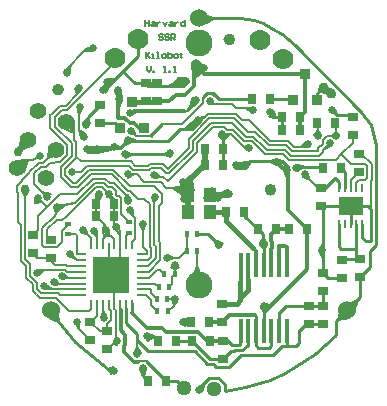
<source format=gtl>
%FSLAX24Y24*%
%MOIN*%
G70*
G01*
G75*
G04 Layer_Physical_Order=1*
G04 Layer_Color=255*
%ADD10C,0.0070*%
%ADD11C,0.0197*%
%ADD12R,0.0091X0.0236*%
%ADD13R,0.0236X0.0091*%
%ADD14R,0.1220X0.1220*%
%ADD15R,0.0350X0.0300*%
%ADD16R,0.0300X0.0350*%
%ADD17R,0.0140X0.0800*%
%ADD18R,0.0098X0.0315*%
%ADD19R,0.0787X0.0630*%
%ADD20R,0.0157X0.0197*%
%ADD21R,0.0197X0.0157*%
%ADD22R,0.0394X0.0492*%
%ADD23R,0.0320X0.0320*%
%ADD24C,0.0080*%
%ADD25C,0.0090*%
%ADD26C,0.0100*%
%ADD27C,0.0120*%
%ADD28C,0.0200*%
%ADD29C,0.0150*%
%ADD30C,0.0060*%
%ADD31C,0.0600*%
%ADD32C,0.0700*%
%ADD33C,0.0512*%
%ADD34C,0.0900*%
%ADD35C,0.0551*%
%ADD36C,0.0250*%
%ADD37C,0.0300*%
G54D10*
X95148Y80048D02*
G03*
X95022Y79825I337J-337D01*
G01*
X96230Y77990D02*
X96280Y77814D01*
X96330Y78000D01*
X96251Y77709D02*
X96280Y77814D01*
X96280Y77814D02*
X96590Y78060D01*
X96280Y77814D02*
X96310Y77860D01*
X96588Y78087D01*
X96660Y78090D01*
X96380Y78080D02*
X96588Y78087D01*
X96660Y78090D02*
X96918Y78152D01*
X96330Y78000D02*
X96918Y78152D01*
X95890Y78470D02*
X95910Y78318D01*
X95890Y78470D02*
X96110Y78430D01*
X95830Y78510D02*
X96110Y78430D01*
X95830Y78510D02*
X96000Y78340D01*
X95567Y78773D02*
X95830Y78510D01*
X95590Y78150D02*
Y78300D01*
Y78150D02*
X95840Y78170D01*
X95660Y78190D02*
X95840Y78170D01*
X95660Y78190D02*
X95840Y78170D01*
X96000Y78010D01*
X95680Y78330D02*
X95840Y78170D01*
X96460Y79003D02*
X96798Y78664D01*
X97035D01*
X97461Y79090D01*
X96413Y78428D02*
X96996D01*
X96230Y78245D02*
X96413Y78428D01*
X96230Y78245D02*
Y78245D01*
X96996Y78428D02*
X97519Y78950D01*
X95700Y77715D02*
X96230Y78245D01*
X95700Y77230D02*
Y77715D01*
X96460Y79003D02*
Y79342D01*
X95969Y79349D02*
X96101Y79481D01*
X96237D01*
X96266Y79510D01*
X96430D01*
X96330Y78019D02*
Y78080D01*
Y78000D02*
Y78080D01*
X96000Y78340D02*
Y78400D01*
X96309Y77569D02*
X96497D01*
X96000Y77260D02*
X96309Y77569D01*
X95567Y78773D02*
Y79126D01*
X95680Y78300D02*
Y78350D01*
Y78330D02*
Y78350D01*
X95005Y78716D02*
X95174Y78884D01*
X95005Y78504D02*
Y78716D01*
X95260Y78340D02*
X95390Y78580D01*
X95160Y78540D02*
X95260Y78340D01*
X95160Y78540D02*
X95260Y78340D01*
Y78610D01*
Y78070D02*
Y78340D01*
X95010Y77520D02*
Y78499D01*
X95005Y78504D02*
X95010Y78499D01*
X95174Y78884D02*
Y78910D01*
X95408Y79145D01*
X96000Y78370D02*
Y78400D01*
Y76910D02*
Y77260D01*
X96497Y77569D02*
X96558Y77631D01*
X100040Y76240D02*
X100220Y76310D01*
X100010Y76420D02*
X100220Y76310D01*
X100010Y76420D02*
X100220Y76310D01*
X100400D01*
X100000D02*
X100220D01*
X100250Y75900D02*
X100380Y76010D01*
X100140Y76020D02*
X100250Y75900D01*
X100140Y76020D02*
X100250Y75890D01*
Y76060D01*
X100270Y74783D02*
X100360Y74880D01*
X100200D02*
X100270Y74783D01*
X100200Y74880D02*
X100209Y74721D01*
X100270Y74783D01*
X100027Y74540D02*
X100209Y74721D01*
X100270Y74783D02*
Y74950D01*
X100160Y75443D02*
Y75673D01*
X100250Y75763D01*
X100067Y75350D02*
X100160Y75443D01*
X100250Y75763D02*
Y76060D01*
X100400Y76310D02*
X100653Y76563D01*
X99470Y76350D02*
Y76633D01*
X99362Y76242D02*
X99470Y76350D01*
X99185Y76685D02*
X99330Y76540D01*
Y76439D02*
Y76540D01*
X99085Y76439D02*
X99330D01*
X99185Y76685D02*
Y77190D01*
X99085Y76242D02*
X99362D01*
X99415Y76688D02*
X99470Y76633D01*
X99415Y76688D02*
Y76722D01*
Y78090D01*
X99240Y78265D02*
X99415Y78090D01*
X99037Y78265D02*
X99240D01*
X98757Y78545D02*
X99037Y78265D01*
X97350Y80950D02*
X97410Y80790D01*
X97280Y80920D02*
X97410Y80790D01*
X97190D02*
X97280Y80920D01*
X98260Y80790D02*
X98420Y80630D01*
X97750Y80790D02*
X98260D01*
X97280Y80920D02*
X97750Y81390D01*
X97280Y80750D02*
Y80920D01*
X96670Y81248D02*
X98251Y82829D01*
X98632Y77055D02*
X98730Y77153D01*
X98829Y76849D02*
X98933Y76953D01*
Y77629D01*
X98843Y77719D02*
X98933Y77629D01*
X98829Y76695D02*
Y76849D01*
X96982Y81758D02*
X97170Y81950D01*
X96982Y81758D02*
X96990Y81830D01*
X96940Y81980D02*
X96990Y81830D01*
X96940Y81980D02*
X96982Y81758D01*
X97060Y81836D01*
X96612Y81388D02*
X96982Y81758D01*
X97060Y81836D02*
Y81970D01*
X96436Y81388D02*
X96612D01*
X96160Y81112D02*
X96436Y81388D01*
X96132Y81112D02*
X96160D01*
X100715Y79975D02*
Y80269D01*
X100020Y79280D02*
X100715Y79975D01*
X101005Y79855D02*
Y80148D01*
X100020Y78870D02*
X101005Y79855D01*
X99856Y79445D02*
X100020Y79280D01*
X99413Y79445D02*
X99856D01*
X99870Y79020D02*
X100020Y78870D01*
X104170Y79863D02*
X105010D01*
X105038Y79972D02*
X105129Y80062D01*
X105038Y79892D02*
Y79972D01*
X105010Y79863D02*
X105038Y79892D01*
X103975Y80058D02*
X104170Y79863D01*
X103378Y80058D02*
X103975D01*
X102935Y80500D02*
X103378Y80058D01*
X105613Y79570D02*
X105803Y79760D01*
X105007Y79570D02*
X105613D01*
X104043Y79573D02*
X104687D01*
X103849Y79768D02*
X104043Y79573D01*
X103404Y79768D02*
X103849D01*
X98210Y73480D02*
X98280Y73680D01*
X98400Y73610D01*
X98280Y73670D02*
X98400Y73610D01*
X98280Y73670D02*
X98330Y73420D01*
X98180Y73450D02*
X98330Y73420D01*
X98180Y73450D02*
X98280Y73550D01*
X98000Y73270D02*
X98180Y73450D01*
X98435Y73895D02*
Y74805D01*
Y73895D02*
X98570Y73760D01*
X98280Y73550D02*
X98340Y73530D01*
X95089Y80034D02*
X95110Y80320D01*
X95089Y80034D02*
X95350Y80250D01*
X94940Y79910D02*
X95089Y80034D01*
X95157Y79978D02*
X95380Y80230D01*
X95022Y79825D02*
X95157Y79978D01*
X95192Y79925D02*
X95470Y80040D01*
X95192Y79925D02*
X95380Y80230D01*
X95090Y79760D02*
X95192Y79925D01*
X96011Y79629D02*
X96230Y79690D01*
X96011Y79629D02*
X96050Y79980D01*
X96011Y79629D02*
X96056Y79674D01*
X95871Y79489D02*
X96011Y79629D01*
X105620Y80510D02*
X105730Y80410D01*
X105480Y80360D02*
X105620Y80510D01*
X105480Y80360D02*
X105600Y80310D01*
X105480Y80360D02*
X105620D01*
X105322D02*
X105480D01*
X101632Y72685D02*
X102068D01*
X101570Y72747D02*
X101632Y72685D01*
X101570Y72747D02*
Y72785D01*
X101346D02*
X101570D01*
X100260Y78640D02*
X100300Y78570D01*
X100260Y78640D02*
X100570Y78690D01*
X100170Y78640D02*
X100570Y78690D01*
X100170Y78640D02*
X100380Y78490D01*
X100170Y78640D02*
X100486D01*
X99975D02*
X100170D01*
X99600Y78975D02*
X99770Y79020D01*
X99630Y79140D02*
X99770Y79020D01*
X99870D01*
X99615D02*
X99770D01*
X98730Y79130D02*
X98840Y79080D01*
X98700Y78980D02*
X98840Y79080D01*
X98700Y78980D02*
X98900Y79090D01*
X98979D01*
X98680D02*
X98900D01*
X100130Y74950D02*
X100210Y75050D01*
X100130Y74950D02*
X100240Y74820D01*
X100130Y74950D02*
X100270D01*
X100027D02*
X100130D01*
X99000Y73330D02*
X99110Y73130D01*
X98900D02*
X99000Y73330D01*
Y73110D02*
Y73600D01*
X99090Y77420D02*
X99185Y77190D01*
X99275Y77420D01*
X99185Y77190D02*
X99275Y77420D01*
X99185Y77190D02*
Y77440D01*
X98843Y77719D02*
X98870Y77890D01*
X98700Y78399D02*
X98790Y78250D01*
X98670Y78290D02*
X98700Y78399D01*
X98624D02*
X98670Y78290D01*
X98605Y78230D02*
X98624Y78399D01*
X98000Y78350D02*
X98210Y78285D01*
X97963Y78533D02*
X98100Y78480D01*
X97963Y78533D02*
X97978Y78370D01*
X97963Y78533D02*
X98210Y78285D01*
X97825Y78670D02*
X97963Y78533D01*
X98340Y77240D02*
X98435Y77065D01*
X98380Y77420D02*
X98435Y77065D01*
X98210Y77460D02*
X98380Y77420D01*
X98210Y77460D02*
Y78090D01*
Y77290D02*
Y77460D01*
X97560Y77210D02*
X97640Y77030D01*
X97560Y77210D02*
X97670Y77200D01*
X97648Y77002D02*
X97670Y77200D01*
X97160Y77140D02*
X97330Y77100D01*
X97290Y77260D02*
X97330Y77100D01*
X97290Y77260D02*
X97330Y77100D01*
X97451Y76979D01*
X97200Y77230D02*
X97330Y77100D01*
X97790Y74320D02*
X97845Y74540D01*
X97950Y74400D01*
X97845Y74540D02*
X97950Y74400D01*
X97845Y74540D02*
Y74805D01*
Y74365D02*
Y74540D01*
X96980Y74160D02*
X97050Y74020D01*
X96980Y74160D02*
X97070D01*
X97065Y73955D02*
X97070Y74160D01*
X97065Y73955D02*
X97440Y73580D01*
X96980Y74040D02*
X97065Y73955D01*
X95970Y75410D02*
X96158Y75265D01*
X95970Y75410D02*
X96060Y75265D01*
X96404D01*
X95958D02*
X96060D01*
X96230Y75410D02*
X96450Y75455D01*
X97195D01*
X96380D02*
X96450D01*
X96290Y75570D02*
X96380Y75455D01*
X96275D02*
X96380D01*
X95720Y75730D02*
X95790Y75920D01*
X95720Y75730D02*
X95890Y75920D01*
X95620Y75890D02*
X95890Y75920D01*
X95620Y75890D02*
X95790Y75920D01*
X96760Y76450D02*
X96896Y76346D01*
X96710Y76370D02*
X96886Y76356D01*
X96710Y76370D02*
X97000Y76242D01*
X96720Y76400D02*
X97000Y76242D01*
X96056Y79674D02*
X96070Y79870D01*
X96056Y79674D02*
X96240Y79690D01*
X96056Y79674D02*
X96290Y79908D01*
X95090Y79760D02*
X95350Y80250D01*
X98760Y80480D02*
X98925Y80415D01*
X98880Y80580D02*
X98925Y80415D01*
X98975Y80365D01*
X98790Y80550D02*
X98925Y80415D01*
X97060Y81970D02*
X97080Y81880D01*
X96560Y82540D02*
X96650Y82622D01*
X96560Y82540D02*
X96745Y82671D01*
X96789Y82761D01*
X96650Y82480D02*
X96745Y82671D01*
X96740Y82440D02*
X96789Y82761D01*
X97284Y83255D02*
X97530Y83200D01*
X97229Y83201D02*
X97530Y83200D01*
X97229Y83201D02*
X97328Y83300D01*
X96650Y82622D02*
X97229Y83201D01*
X105803Y79760D02*
X106180Y80137D01*
Y80390D01*
X106307Y78796D02*
X106404Y78893D01*
X106587D01*
X105803Y79760D02*
X106138Y79425D01*
X106587Y78893D02*
X106670Y78977D01*
Y79363D01*
X106608Y79425D02*
X106670Y79363D01*
X106138Y79425D02*
X106608D01*
X98757Y78545D02*
X98848Y78453D01*
X98688Y78545D02*
X98757D01*
X98143Y79090D02*
X98688Y78545D01*
X97941Y78950D02*
X98091Y78800D01*
X98223D01*
X98624Y78399D01*
X98700D01*
X98300Y78393D02*
X98323Y78370D01*
X98465Y78180D02*
Y78308D01*
X98403Y78370D02*
X98465Y78308D01*
X98323Y78370D02*
X98403D01*
X98300Y78393D02*
Y78525D01*
X98165Y78660D02*
X98300Y78525D01*
X98033Y78660D02*
X98165D01*
X97883Y78810D02*
X98033Y78660D01*
X95654Y75072D02*
X95742Y74985D01*
X95800Y75125D02*
X95894D01*
X95894Y75125D01*
X96404Y75265D02*
X96411Y75258D01*
X99000Y73590D02*
X99385Y73205D01*
X100925D01*
X101346Y72785D01*
X105620Y80360D02*
X105630Y80370D01*
X105187Y80225D02*
X105322Y80360D01*
X105187Y80105D02*
Y80225D01*
X105137Y80054D02*
X105187Y80105D01*
X101406Y80960D02*
X102235D01*
X102200Y80585D02*
X102575Y80210D01*
X101990Y80585D02*
X102200D01*
X101905Y80670D02*
X101990Y80585D01*
X102235Y80960D02*
X102695Y80500D01*
X102935D01*
X102575Y80210D02*
X102815D01*
X102950Y80075D01*
X99828Y80770D02*
X100485D01*
X101180Y81645D02*
X101315Y81780D01*
X101505D01*
X105620Y80360D02*
X105630Y80370D01*
Y80760D01*
X105600Y80790D02*
X105630Y80760D01*
X98420Y80630D02*
Y80700D01*
X99423Y80365D02*
X99828Y80770D01*
X97270Y79530D02*
X98777D01*
X98927Y79380D01*
X99348D01*
X99413Y79445D01*
X97461Y79090D02*
X98143D01*
X98979D02*
X99235Y78835D01*
X99780D01*
X99570Y79065D02*
X99615Y79020D01*
X98465Y77772D02*
Y78308D01*
X98700Y78220D02*
Y78399D01*
X99780Y78835D02*
X99975Y78640D01*
X98760Y77803D02*
X98843Y77719D01*
X98760Y77803D02*
Y77900D01*
X98210Y78090D02*
Y78285D01*
X96494Y81248D02*
X96670D01*
X96251Y81005D02*
X96494Y81248D01*
X96251Y80683D02*
Y81005D01*
Y80683D02*
X96810Y80124D01*
Y79692D02*
Y80124D01*
X96091Y80644D02*
X96670Y80066D01*
Y79750D02*
Y80066D01*
X96430Y79510D02*
X96670Y79750D01*
X96460Y79342D02*
X96810Y79692D01*
X96091Y80644D02*
Y81071D01*
X97519Y78950D02*
X97941D01*
X95790Y79349D02*
X95969D01*
X95732Y79489D02*
X95871D01*
X95408Y79165D02*
X95732Y79489D01*
X97577Y78810D02*
X97883D01*
X96918Y78152D02*
X97577Y78810D01*
X97635Y78670D02*
X97825D01*
X96596Y77631D02*
X97635Y78670D01*
X96558Y77631D02*
X96596D01*
X96650Y82480D02*
Y82622D01*
X97328Y83300D02*
X97520D01*
X96091Y81071D02*
X96132Y81112D01*
X95567Y79126D02*
X95790Y79349D01*
X95408Y79145D02*
Y79165D01*
X104610Y74090D02*
X105180D01*
X104390Y73870D02*
X104610Y74090D01*
X104390Y73470D02*
Y73870D01*
X104300Y73380D02*
X104390Y73470D01*
X103978Y73380D02*
X104300D01*
X103950Y74690D02*
X105180D01*
X103722Y74462D02*
X103950Y74690D01*
X105190Y74700D02*
Y75200D01*
X105180Y74690D02*
X105190Y74700D01*
X103722Y73880D02*
Y74462D01*
X103978Y73380D02*
Y73620D01*
X103840Y73380D02*
X103978D01*
X100007Y74930D02*
X100027Y74950D01*
X96990Y81970D02*
X97060D01*
X98465Y77772D02*
X98730Y77507D01*
X95840Y77298D02*
X96251Y77709D01*
X95840Y76727D02*
Y77298D01*
Y76727D02*
X95902Y76665D01*
X96338D01*
X96497Y76823D01*
Y77215D01*
X96700Y77418D01*
Y77447D01*
X100486Y78640D02*
X100706Y78420D01*
X95670Y75800D02*
X95790Y75920D01*
X96595D01*
X96667Y75848D01*
X97195D01*
X96230Y75500D02*
X96275Y75455D01*
X100319Y72200D02*
X100550Y71969D01*
X99960Y72200D02*
X100319D01*
X98630Y74803D02*
X98632Y74805D01*
X98630Y74150D02*
Y74803D01*
Y74150D02*
X99000Y73780D01*
X96792Y76450D02*
X97000Y76242D01*
X96760Y76450D02*
X96792D01*
X97000Y76242D02*
X97195D01*
X98238Y74615D02*
X98280Y74573D01*
X98238Y74615D02*
Y74805D01*
X98280Y73550D02*
Y74573D01*
X96980Y74040D02*
Y74160D01*
X98042Y74614D02*
Y74805D01*
Y74614D02*
X98120Y74535D01*
Y74225D02*
Y74535D01*
X98000Y74105D02*
X98120Y74225D01*
X98000Y73870D02*
Y74105D01*
X97750Y73870D02*
X98000D01*
X97440Y74180D02*
X97750Y73870D01*
X97440Y74180D02*
X97648Y74388D01*
Y74805D01*
X97845Y74365D02*
X97890Y74320D01*
X100653Y76563D02*
Y76740D01*
X98140Y75750D02*
X98238Y75652D01*
Y74805D02*
Y75652D01*
X98140Y75750D02*
X98435Y76045D01*
Y76695D01*
X98042Y75848D02*
X98140Y75750D01*
X98042Y75848D02*
Y76695D01*
X98210Y77290D02*
X98435Y77065D01*
Y76695D02*
Y77065D01*
X97560Y77090D02*
Y77210D01*
Y77090D02*
X97648Y77002D01*
Y76695D02*
Y77002D01*
X97451Y76695D02*
Y76979D01*
X96700Y77093D02*
X96703Y77090D01*
X96950D01*
X96990Y77050D01*
Y76450D02*
Y77050D01*
Y76450D02*
X97001Y76439D01*
X97195D01*
X98632Y76695D02*
Y77055D01*
X98975Y80365D02*
X99423D01*
X98251Y82829D02*
Y82959D01*
X95148Y80048D02*
X95350Y80250D01*
X96411Y75258D02*
X97195D01*
X95894Y75125D02*
X96346D01*
X96410Y75061D01*
X97195D01*
X96723Y74550D02*
X97400D01*
X97451Y74601D01*
X95742Y74985D02*
X96288D01*
X96723Y74550D01*
X97451Y74601D02*
Y74805D01*
X95540Y77070D02*
X95700Y77230D01*
X95660Y75265D02*
X95800Y75125D01*
X95660Y75265D02*
Y75485D01*
X95260Y76277D02*
X95440Y76097D01*
Y75705D02*
X95660Y75485D01*
X95440Y75705D02*
Y76097D01*
X95260Y78070D02*
Y78180D01*
Y76277D02*
Y77890D01*
Y78070D01*
Y77890D02*
Y77990D01*
X95010Y77520D02*
X95120Y77410D01*
Y76219D02*
Y77410D01*
Y76219D02*
X95300Y76039D01*
Y75647D02*
Y76039D01*
Y75647D02*
X95520Y75427D01*
Y75207D02*
Y75427D01*
Y75207D02*
X95633Y75094D01*
X98905Y72880D02*
X99280D01*
X99960Y72200D01*
X99000Y73330D02*
Y73600D01*
Y73780D01*
X98570Y73215D02*
X98905Y72880D01*
X103525Y73065D02*
X103840Y73380D01*
X102448Y73065D02*
X103525D01*
X102068Y72685D02*
X102448Y73065D01*
X101685Y81600D02*
X102840D01*
X101505Y81780D02*
X101685Y81600D01*
X101527Y80670D02*
X101905D01*
X101005Y80148D02*
X101527Y80670D01*
X100715Y80269D02*
X101406Y80960D01*
X101180Y81465D02*
Y81645D01*
X100485Y80770D02*
X101180Y81465D01*
X102950Y80075D02*
X103258Y79768D01*
X103404D01*
X104687Y79573D02*
X105003D01*
X105007Y79570D01*
G54D11*
X102168Y83590D02*
G03*
X102168Y83590I-98J0D01*
G01*
X103538Y78580D02*
G03*
X103538Y78580I-98J0D01*
G01*
X96458Y81920D02*
G03*
X96458Y81920I-98J0D01*
G01*
G54D12*
X98829Y76695D02*
D03*
X98632D02*
D03*
X98435D02*
D03*
X98238D02*
D03*
X98042D02*
D03*
X97845D02*
D03*
X97648D02*
D03*
X97451D02*
D03*
X98829Y74805D02*
D03*
X98632D02*
D03*
X98435D02*
D03*
X98238D02*
D03*
X98042D02*
D03*
X97845D02*
D03*
X97648D02*
D03*
X97451D02*
D03*
G54D13*
X97195Y75061D02*
D03*
Y75258D02*
D03*
Y75455D02*
D03*
Y75652D02*
D03*
Y75848D02*
D03*
Y76045D02*
D03*
Y76242D02*
D03*
Y76439D02*
D03*
X99085Y75061D02*
D03*
Y75258D02*
D03*
Y75455D02*
D03*
Y75652D02*
D03*
Y75848D02*
D03*
Y76045D02*
D03*
Y76242D02*
D03*
Y76439D02*
D03*
G54D14*
X98140Y75750D02*
D03*
G54D15*
X97440Y73580D02*
D03*
Y74180D02*
D03*
X96120Y76320D02*
D03*
Y76920D02*
D03*
X95540Y76470D02*
D03*
Y77070D02*
D03*
X99650Y81530D02*
D03*
Y82130D02*
D03*
X97750Y81390D02*
D03*
Y80790D02*
D03*
X105180Y74690D02*
D03*
Y74090D02*
D03*
X105820Y76240D02*
D03*
Y75640D02*
D03*
X106410Y75660D02*
D03*
Y76260D02*
D03*
X105190Y75200D02*
D03*
Y75800D02*
D03*
X104730Y74690D02*
D03*
Y74090D02*
D03*
X106390Y79770D02*
D03*
Y79170D02*
D03*
X101820Y74160D02*
D03*
Y74760D02*
D03*
X98000Y73270D02*
D03*
Y73870D02*
D03*
X101850Y73540D02*
D03*
Y72940D02*
D03*
X105120Y78040D02*
D03*
Y78640D02*
D03*
X99290Y82130D02*
D03*
Y81530D02*
D03*
X106180Y80390D02*
D03*
Y80990D02*
D03*
G54D16*
X98210Y78090D02*
D03*
X97610D02*
D03*
X98210Y77700D02*
D03*
X97610D02*
D03*
X104650Y77270D02*
D03*
X104050D02*
D03*
X103840Y80570D02*
D03*
X104440D02*
D03*
X105000Y80790D02*
D03*
X105600D02*
D03*
X101400Y74160D02*
D03*
X100800D02*
D03*
X101420Y73530D02*
D03*
X100820D02*
D03*
X103020Y77270D02*
D03*
X103620D02*
D03*
X100280Y73530D02*
D03*
X99680D02*
D03*
X99360Y72200D02*
D03*
X99960D02*
D03*
X105200Y79290D02*
D03*
X105800D02*
D03*
X101260Y79930D02*
D03*
X101860D02*
D03*
X103440Y81600D02*
D03*
X102840D02*
D03*
X101270Y79420D02*
D03*
X101870D02*
D03*
X101970Y77830D02*
D03*
X102570D02*
D03*
X103840Y80990D02*
D03*
X104440D02*
D03*
G54D17*
X103978Y76080D02*
D03*
X103722D02*
D03*
X103466D02*
D03*
X103210D02*
D03*
X102954D02*
D03*
X102698D02*
D03*
X103978Y73880D02*
D03*
X103722D02*
D03*
X103466D02*
D03*
X103210D02*
D03*
X102954D02*
D03*
X102698D02*
D03*
X102442Y76080D02*
D03*
Y73880D02*
D03*
G54D18*
X106110Y77449D02*
D03*
X105913D02*
D03*
X105716D02*
D03*
X106504Y78631D02*
D03*
X106307D02*
D03*
X106110D02*
D03*
X105913D02*
D03*
X105716D02*
D03*
X106307Y77449D02*
D03*
X106504D02*
D03*
G54D19*
X106110Y78040D02*
D03*
G54D20*
X100007Y74940D02*
D03*
X99653D02*
D03*
X100027Y74540D02*
D03*
X99673D02*
D03*
X101007Y77120D02*
D03*
X100653D02*
D03*
Y76540D02*
D03*
X101007D02*
D03*
X100067Y75350D02*
D03*
X99713D02*
D03*
X100247Y75760D02*
D03*
X99893D02*
D03*
G54D21*
X98730Y77507D02*
D03*
Y77153D02*
D03*
X96700Y77093D02*
D03*
Y77447D02*
D03*
G54D22*
X100706Y77840D02*
D03*
X101414D02*
D03*
Y78420D02*
D03*
X100706D02*
D03*
G54D23*
X104990Y81570D02*
D03*
X104590Y82440D02*
D03*
X104190Y81570D02*
D03*
X99220Y80630D02*
D03*
X98820Y81500D02*
D03*
X98420Y80630D02*
D03*
G54D24*
X96605Y79063D02*
Y79282D01*
Y79063D02*
X96858Y78809D01*
X99464Y74749D02*
X99673Y74540D01*
X99464Y74749D02*
Y74786D01*
X99608Y75455D02*
X99713Y75350D01*
X99458Y75455D02*
X99608D01*
X99753Y75900D02*
X99893Y75760D01*
X99650Y75900D02*
X99753D01*
X99401Y75652D02*
X99650Y75900D01*
X99380Y75652D02*
X99401D01*
X99765Y76228D02*
Y76805D01*
X99386Y75848D02*
X99765Y76228D01*
X99615Y76290D02*
Y76693D01*
X99370Y76045D02*
X99615Y76290D01*
X99085Y76045D02*
X99370D01*
X99560Y76748D02*
X99615Y76693D01*
X99560Y76748D02*
Y78140D01*
X99710Y76860D02*
X99765Y76805D01*
X99085Y75848D02*
X99386D01*
X99710Y76860D02*
Y78043D01*
X99815Y78148D02*
Y78447D01*
X99710Y78043D02*
X99815Y78148D01*
X99573Y78690D02*
X99815Y78447D01*
X97042Y80586D02*
X97280Y80440D01*
X97042Y80586D02*
X97200Y80430D01*
X97120Y80450D02*
X97200Y80430D01*
X97110Y80320D02*
X97120Y80450D01*
X97042Y80586D02*
X97110Y80320D01*
X97100Y81130D02*
X97200Y81330D01*
X96990Y81360D02*
X97100Y81130D01*
X96990Y81360D02*
X97042Y81072D01*
Y80586D02*
Y81072D01*
Y80586D02*
X97198Y80430D01*
X97042Y81072D02*
X97100Y81130D01*
Y81350D01*
X97198Y80430D02*
X97210D01*
X100900Y75760D02*
X101007Y76040D01*
X101090Y75810D01*
X101007Y76040D02*
Y76510D01*
Y75543D02*
Y76040D01*
X100067Y79123D02*
X100860Y79915D01*
Y80209D01*
X101116Y80464D02*
X101466Y80815D01*
X102175D01*
X99796Y79300D02*
X99973Y79123D01*
X100067D01*
X103840Y80570D02*
Y80990D01*
X104450Y80008D02*
X104730D01*
X104450D02*
X104560Y80030D01*
X104640Y80170D01*
X104450Y80008D02*
X104640Y80170D01*
X104450Y80008D02*
X104598D01*
X104230D02*
X104450D01*
X102740Y80900D02*
X103438Y80203D01*
X104036D01*
X102500Y80900D02*
X102740D01*
X104036Y80203D02*
X104230Y80008D01*
X104598D02*
X104690Y80100D01*
X105197Y79842D02*
Y79909D01*
X105070Y79715D02*
X105197Y79842D01*
X105067Y79718D02*
X105070Y79715D01*
X104110Y79718D02*
X105067D01*
X103958Y79870D02*
X104110Y79718D01*
X103951Y79870D02*
X103958D01*
X103909Y79913D02*
X103951Y79870D01*
X102875Y80355D02*
X103240Y79990D01*
X95263Y79566D02*
X95330Y79480D01*
X95230Y79180D02*
X95263Y79566D01*
X95230Y79180D02*
X95370Y79566D01*
X95541D01*
X95263D02*
X95370D01*
X94990Y79550D02*
X95263Y79566D01*
X95260Y79270D02*
X95263Y79566D01*
X96520Y80650D02*
X96892Y80480D01*
Y80588D01*
Y80247D02*
Y80480D01*
X96680Y80690D02*
X96890Y80520D01*
Y80900D01*
X96892Y80588D01*
X102720Y81270D02*
X102820Y81150D01*
X102630Y81300D02*
X102820Y81150D01*
X102630Y81300D02*
X102800D01*
X102290D02*
X102630D01*
X105450Y81160D02*
X105655Y81075D01*
X105590Y81280D02*
X105655Y81075D01*
X104906Y80406D02*
X105010Y80560D01*
X105120Y80400D01*
X105010Y80560D02*
Y80780D01*
Y80373D02*
Y80560D01*
X105308Y80021D02*
X105470Y80040D01*
X105197Y79909D02*
X105470Y80040D01*
X104530Y79010D02*
X104760Y78910D01*
X104660Y79140D02*
X104760Y78910D01*
X105030Y78640D01*
X104580Y79090D02*
X104760Y78910D01*
X102570Y80010D02*
X102680Y80065D01*
X102570Y80010D02*
X102670Y79900D01*
X101380Y81450D02*
X101570Y81440D01*
X101495Y81585D02*
X101570Y81440D01*
X102150D01*
X101520D02*
X101570D01*
X100850Y81570D02*
X100950Y81560D01*
X98830Y81070D02*
X98930Y81230D01*
X98854D02*
X99020D01*
X99490Y78330D02*
X99560Y78140D01*
X99665Y78310D01*
X99560Y78140D02*
Y78370D01*
X97730Y78210D02*
X97820Y78420D01*
X97680Y78250D02*
X97730Y78210D01*
X97640Y78440D02*
X97680Y78250D01*
X97610Y78090D02*
X97640Y78440D01*
X98000Y77070D02*
X98050Y77280D01*
X98060Y77040D01*
X98140D01*
X97960D02*
X98060D01*
X97870Y77250D02*
X97895Y76975D01*
X97870Y77250D02*
X97880Y77430D01*
X97960Y77350D01*
X97610Y77700D02*
X97880Y77430D01*
X96500Y75600D02*
X96690Y75652D01*
X96590Y75726D02*
X96690Y75652D01*
X97195D01*
X96538D02*
X96690D01*
X95180Y79310D02*
X95263Y79566D01*
X95618Y79643D02*
X95700Y79770D01*
X95618Y79643D02*
X95760Y79634D01*
X95618Y79643D02*
X95695Y79720D01*
X95541Y79566D02*
X95618Y79643D01*
X106790Y77840D02*
Y78866D01*
X106815Y78891D01*
Y79424D01*
X106469Y79770D02*
X106815Y79424D01*
X106390Y79770D02*
X106469D01*
X105490Y81240D02*
X105655Y81075D01*
X106095D01*
X106180Y80990D01*
X106170Y78950D02*
X106390Y79170D01*
X106110Y78950D02*
X106170D01*
X105000Y80790D02*
X105010Y80780D01*
X98203Y79235D02*
X98748Y78690D01*
X97114Y79530D02*
X97270D01*
X96955Y79688D02*
X97114Y79530D01*
X96955Y79632D02*
Y79688D01*
X96605Y79282D02*
X96955Y79632D01*
X101007Y75543D02*
X101070Y75480D01*
X105030Y78640D02*
X105120D01*
X102295Y81105D02*
X102500Y80900D01*
X101346Y81105D02*
X102295D01*
X101141Y80900D02*
X101346Y81105D01*
X101020Y80900D02*
X101141D01*
X102150Y81440D02*
X102290Y81300D01*
X101410Y81550D02*
X101520Y81440D01*
X102175Y80815D02*
X102635Y80355D01*
X102875D01*
X100950Y81560D02*
X100970D01*
X101810Y80440D02*
X102140D01*
X102570Y80010D01*
X102650D01*
X106307Y78631D02*
Y78796D01*
X106110Y78631D02*
Y78950D01*
X105197Y79909D02*
X105417Y80130D01*
X105000Y80790D02*
X105100Y80890D01*
X102800Y81300D02*
X102870Y81230D01*
X98769Y81145D02*
X98854Y81230D01*
X99473Y79300D02*
X99796D01*
X99408Y79235D02*
X99473Y79300D01*
X98867Y79235D02*
X99408D01*
X98717Y79385D02*
X98867Y79235D01*
X97339Y79385D02*
X98717D01*
X97114Y79160D02*
X97339Y79385D01*
X96840Y79160D02*
X97114D01*
X96975Y78809D02*
X97401Y79235D01*
X98203D01*
X98748Y78690D02*
X99573D01*
X99560Y78370D02*
X99580Y78350D01*
X97100Y81350D02*
X97177D01*
X96632Y80848D02*
X96892Y80588D01*
X96955Y79688D02*
Y80184D01*
X96892Y80247D02*
X96955Y80184D01*
X97208Y80350D02*
X97210D01*
X96858Y78809D02*
X96975D01*
X95695Y79720D02*
X95770D01*
X99307Y75061D02*
X99464Y74904D01*
Y74786D02*
Y74904D01*
X99085Y75061D02*
X99307D01*
X99422Y75258D02*
X99454Y75226D01*
Y75126D02*
X99650Y74930D01*
X99653D01*
X99454Y75126D02*
Y75226D01*
X99085Y75258D02*
X99422D01*
X99085Y75455D02*
X99458D01*
X99085Y75652D02*
X99380D01*
X95008Y79310D02*
X95263Y79566D01*
X97730Y78210D02*
Y78440D01*
X97610Y78090D02*
X97730Y78210D01*
X96670Y76050D02*
X97190D01*
X95990Y76320D02*
X96245Y76065D01*
X97190Y76050D02*
X97195Y76045D01*
X96655Y76065D02*
X96670Y76050D01*
X96245Y76065D02*
X96655D01*
X95670Y76320D02*
X95990D01*
X96500Y75690D02*
X96538Y75652D01*
X100653Y76740D02*
Y77150D01*
X97960Y77040D02*
Y77350D01*
X97610Y77700D02*
Y78090D01*
X98140Y77040D02*
X98238Y76942D01*
Y76695D02*
Y76942D01*
X97845Y76925D02*
X97960Y77040D01*
X97845Y76695D02*
Y76925D01*
X95600Y76390D02*
X95670Y76320D01*
X100970Y81470D02*
Y81560D01*
X100860Y80209D02*
X101466Y80815D01*
X99020Y81230D02*
X100590D01*
X98830Y81070D02*
X98955Y81175D01*
X99020Y81230D01*
X98955Y81175D02*
X100599D01*
X100654Y81230D01*
X103240Y79990D02*
X103318Y79913D01*
X103909D01*
G54D25*
X106770Y76020D02*
Y76530D01*
X106970Y76730D01*
X106410Y75660D02*
X106770Y76020D01*
X106780Y80750D02*
X106970Y80088D01*
X106470Y81188D02*
X106780Y80750D01*
X102600Y71998D02*
X103420Y72240D01*
X101921Y71860D02*
X102600Y71998D01*
X96370Y74210D02*
X96920Y73510D01*
X103820Y83760D02*
X104247Y83411D01*
X103470Y83980D02*
X103820Y83760D01*
X103200Y84140D02*
X103470Y83980D01*
X102890Y84230D02*
X103200Y84140D01*
X102427Y84297D02*
X102890Y84230D01*
X106250Y74690D02*
X106320Y74900D01*
X106110Y74820D02*
X106320Y74900D01*
X105690Y74270D02*
X105750Y74510D01*
X105690Y74270D02*
X106070Y74340D01*
X105690Y74270D02*
X106070Y74340D01*
X105690Y74270D02*
X106000Y74580D01*
X105629Y74209D02*
X105690Y74270D01*
X101170Y71890D02*
X101179Y72105D01*
X101030Y71990D02*
X101179Y72105D01*
X101240Y84410D02*
X101520Y84297D01*
X101280Y84160D02*
X101520Y84297D01*
X101280Y84160D02*
X101520Y84297D01*
X101060Y84290D02*
X101520Y84297D01*
X96090Y74320D02*
X96370Y74210D01*
X96310Y74430D02*
X96370Y74210D01*
X96310Y74430D02*
X96370Y74210D01*
X96120Y74461D02*
X96370Y74210D01*
X101060Y84290D02*
X101067Y84297D01*
X102427D01*
X104247Y83411D02*
X106470Y81188D01*
X106970Y76730D02*
Y80088D01*
X101308Y73530D02*
X101420D01*
X106000Y74580D02*
X106410Y74990D01*
Y75660D01*
X105800Y79290D02*
X105913Y79177D01*
Y78631D02*
Y79177D01*
X101921Y71860D02*
Y72105D01*
X101704Y72322D02*
X101921Y72105D01*
X99290Y81530D02*
X99650D01*
X99260Y81500D02*
X99290Y81530D01*
X98820Y81500D02*
X99260D01*
X102440Y73400D02*
Y73878D01*
X102442Y73880D01*
X96120Y74461D02*
Y74580D01*
X101070Y71910D02*
Y71951D01*
X101179Y72060D01*
Y72105D01*
X101396Y72322D01*
X101704D01*
X105629Y73740D02*
Y74209D01*
X98829Y74461D02*
Y74805D01*
X96920Y73510D02*
X98040Y72620D01*
X98210Y72550D01*
X98040Y72620D02*
X98190Y72680D01*
X98040Y72620D02*
X98190Y72680D01*
X98040Y72620D02*
X98140Y72479D01*
X104909Y73091D02*
X105629Y73740D01*
X103940Y72479D02*
X104909Y73091D01*
X103420Y72240D02*
X103940Y72479D01*
X102160Y73400D02*
X102440D01*
G54D26*
X103510Y81210D02*
X103600Y80990D01*
X103400Y81050D02*
X103600Y80990D01*
X103840D01*
X103420Y81170D02*
X103600Y80990D01*
X100360Y82290D02*
X100630Y82300D01*
X100360Y82290D02*
X100502D01*
X100480Y82120D02*
X100680Y82160D01*
X100530Y82050D02*
X100680Y82160D01*
X100200Y82050D02*
X100530D01*
X100200D02*
X100394Y82182D01*
X100502Y82290D01*
X100220Y82150D02*
X100360Y82290D01*
X105070Y81860D02*
X105090Y82060D01*
X105070Y81860D02*
X105220Y82010D01*
X105527Y81897D01*
X105350Y81880D02*
X105527Y81897D01*
X105350Y81880D02*
X105370Y81690D01*
X105340Y81830D02*
X105370Y81690D01*
X105070Y81860D02*
X105340Y81830D01*
X105070Y81860D02*
X105220Y82010D01*
X104990Y81780D02*
X105070Y81860D01*
X105060Y76560D02*
X105190Y76800D01*
X105060Y76560D02*
X105190Y76310D01*
Y77970D01*
Y75800D02*
Y76310D01*
X104330Y79240D02*
X104480Y79335D01*
X104580D01*
X104310Y79410D02*
X104580Y79335D01*
X105155D01*
X104315D02*
X104580D01*
X103890Y79250D02*
X103970Y79040D01*
X103890Y79250D02*
X103930Y79440D01*
X104010Y79360D01*
X103830Y79540D02*
X103930Y79440D01*
X103510Y79540D02*
X103610Y79440D01*
X103640Y79430D02*
X103830Y79540D01*
X103610Y79600D02*
X103830Y79540D01*
X103420D02*
X103610Y79600D01*
X103420Y79540D02*
X103610Y79440D01*
X102770Y79540D02*
X103420D01*
X102630Y79310D02*
X102770Y79540D01*
X102260Y79310D02*
X102550Y79400D01*
X102260Y79310D02*
X102620D01*
X102260Y79480D02*
X102620Y79310D01*
X102260Y79480D02*
X102720Y79490D01*
X102770Y79540D01*
X102630Y79400D02*
X102720Y79490D01*
X103210Y76640D02*
X103290Y76780D01*
X103090D02*
X103210Y76640D01*
X103090Y76780D02*
X103210Y76610D01*
X103190Y76790D02*
X103210Y76610D01*
X103100Y76800D02*
X103190Y76790D01*
X103100Y76800D02*
X103190Y76970D01*
X103280Y76820D01*
X103190Y76970D02*
Y77100D01*
Y76790D02*
Y76970D01*
X103220Y74780D02*
X103440Y74740D01*
X103130Y74680D02*
X103440Y74740D01*
X103130Y74680D02*
X103210Y74510D01*
X101560Y76910D02*
X101810Y76820D01*
X101560Y76910D02*
X101660Y76680D01*
X101560Y76910D02*
X101730Y76740D01*
X101350Y77120D02*
X101560Y76910D01*
X101980Y80430D02*
X102040D01*
X101900Y80300D02*
X102040Y80430D01*
X101900Y80300D02*
X102050Y80430D01*
X101720Y80410D02*
X102050Y80430D01*
X101720Y80410D02*
X101860Y80240D01*
Y80390D01*
Y79930D02*
Y80240D01*
X100990Y80980D02*
X101220Y81000D01*
X100780Y80780D02*
X100990Y80980D01*
X100780Y80780D02*
X101134Y80907D01*
X100839Y80611D02*
X101134Y80907D01*
X100574Y80615D02*
X100839Y80611D01*
X100574Y80615D02*
X100790Y80790D01*
X99880Y79760D02*
X100090Y79710D01*
X99880Y79760D02*
X100060Y79870D01*
X99880Y79760D02*
X99960D01*
X98780D02*
X99880D01*
X98600Y79685D02*
X98780Y79760D01*
X98600Y79850D02*
X98780Y79760D01*
X98581D02*
X98780D01*
X100540Y74270D02*
X100740D01*
X100530Y74170D02*
X100540Y74270D01*
X100550D02*
X100680Y74170D01*
X100550Y74080D02*
X100680Y74170D01*
X100550Y74080D02*
X100800Y74160D01*
X99350Y73765D02*
X99520Y73690D01*
X99340Y73580D02*
X99520Y73690D01*
X99180Y72380D02*
X99270Y72600D01*
X99080Y72620D02*
X99180Y72380D01*
X98525Y80065D02*
X98610Y80250D01*
X98525Y80065D02*
X98710Y80160D01*
X98891Y80230D01*
X98720Y80300D02*
X98891Y80230D01*
X98240Y80090D02*
X98440Y79980D01*
X97330Y79850D02*
X97650D01*
X98105Y79930D01*
X97340D02*
Y80000D01*
X98210Y80010D01*
X97990Y82260D02*
X98245Y82275D01*
X98000Y82180D02*
X98245Y82275D01*
X97810Y81960D02*
X98000Y82180D01*
X97810Y81960D02*
X98020Y82050D01*
X97940Y81850D02*
X98020Y82050D01*
X99018Y83048D01*
X97860Y81890D02*
X98020Y82050D01*
X100220Y82150D02*
X100490Y82200D01*
X100020Y82050D02*
X100220Y82150D01*
X100020Y82050D02*
X100200D01*
X99370D02*
X100020D01*
X100200D02*
X100410D01*
X100480Y82120D01*
X100270D02*
X100480D01*
X99180Y72380D02*
X99360Y72200D01*
X99180Y72380D02*
Y72640D01*
X100790Y74170D02*
X100800Y74160D01*
X100530Y74170D02*
X100790D01*
X99340Y73690D02*
X99520D01*
X99680Y73530D01*
X100820D02*
X101410Y72940D01*
X101850D01*
X100280Y73530D02*
X100820D01*
X101007Y77120D02*
X101350D01*
X101730Y76740D02*
X101740Y76750D01*
X102570Y77720D02*
X103190Y77100D01*
X102570Y77720D02*
Y77830D01*
X103978Y76080D02*
Y76692D01*
X103950Y76720D02*
X103978Y76692D01*
X103940Y76710D02*
X103950Y76720D01*
X103720Y76710D02*
X103940D01*
X103720D02*
X103722Y76708D01*
Y76080D02*
Y76708D01*
X103620Y77270D02*
X104050D01*
X103466Y77116D02*
X103620Y77270D01*
X103466Y76080D02*
Y77116D01*
X103190Y76790D02*
X103210Y76770D01*
Y76080D02*
Y76770D01*
X101970Y77530D02*
X102954Y76546D01*
X101414Y77840D02*
X101424Y77830D01*
X101970D01*
Y77530D02*
Y77830D01*
X102954Y76080D02*
Y76546D01*
X102440Y74970D02*
X102698Y75228D01*
X102440Y74890D02*
Y74970D01*
Y76078D02*
X102442Y76080D01*
X102310Y74760D02*
X102440Y74890D01*
X101820Y74760D02*
X102310D01*
X105155Y79335D02*
X105200Y79290D01*
X104300Y79320D02*
X104315Y79335D01*
X102280Y79400D02*
X102630D01*
X105120Y78040D02*
X105190Y77970D01*
X106297Y76620D02*
X106307Y76610D01*
X105780Y76620D02*
X106297D01*
X105716Y76684D02*
X105780Y76620D01*
X105716Y76684D02*
Y77449D01*
X105120Y78040D02*
X106110D01*
X106780Y76860D02*
X106790Y76870D01*
Y77940D01*
X106690Y78040D02*
X106790Y77940D01*
X106110Y78040D02*
X106690D01*
X106110Y77449D02*
Y78040D01*
X106620Y76860D02*
X106780D01*
X106500Y76980D02*
X106620Y76860D01*
X106500Y76980D02*
X106504Y76984D01*
Y77449D01*
X106307Y76363D02*
X106410Y76260D01*
X106307Y76363D02*
Y77449D01*
X105190Y75800D02*
X105350Y75640D01*
X105850D01*
Y76240D02*
X105870Y76260D01*
X106410D01*
X105120Y78640D02*
X105270D01*
X105590Y78960D01*
X105716Y78834D01*
Y78631D02*
Y78834D01*
X103640Y79520D02*
X103700D01*
X103720Y79540D01*
X104010Y77910D02*
X104650Y77270D01*
X104010Y77910D02*
Y79360D01*
X104160Y81600D02*
X104190Y81570D01*
X103440Y81600D02*
X104160D01*
X105460Y81770D02*
X105480D01*
X105220Y82010D02*
X105460Y81770D01*
X104990Y81570D02*
Y81780D01*
X103210Y74680D02*
X103220Y74690D01*
X103210Y74510D02*
Y74680D01*
Y73880D02*
Y74510D01*
X104650Y75950D01*
Y77270D01*
X101810Y80440D02*
X101860Y80390D01*
Y79930D02*
X101870Y79920D01*
Y79420D02*
Y79920D01*
X100579Y80620D02*
X100740D01*
X100574Y80615D02*
X100579Y80620D01*
X98506Y82536D02*
X98912Y82130D01*
X99290D01*
X100200Y82050D02*
X100270Y82120D01*
X99290Y82130D02*
X99370Y82050D01*
X99290Y82130D02*
X99650D01*
X99018Y83048D02*
Y83602D01*
X98105Y79930D02*
X98155Y79980D01*
X97660Y79930D02*
X98105D01*
X98911Y80210D02*
X100010D01*
X98891Y80230D02*
X98911Y80210D01*
X98690Y80230D02*
X98891D01*
X98440Y79980D02*
X98690Y80230D01*
X98155Y79980D02*
X98440D01*
X99960Y79760D02*
X100030Y79830D01*
X97340Y79930D02*
X97660D01*
X100730Y80610D02*
X101020Y80900D01*
X97660Y79930D02*
X97680Y79950D01*
X102954Y73396D02*
X103030Y73320D01*
X102954Y73396D02*
Y73880D01*
X103030Y73320D02*
X103400D01*
X103466Y73386D01*
Y73880D01*
X101400Y74160D02*
X101820D01*
X102070Y74410D01*
X102930D02*
X102954Y74386D01*
Y73880D02*
Y74386D01*
X102690Y73872D02*
X102698Y73880D01*
X102690Y73370D02*
Y73872D01*
X102643Y73370D02*
X102690D01*
X102508Y73235D02*
X102643Y73370D01*
X104730Y74090D02*
X105180D01*
X104730Y74690D02*
X105180D01*
Y75190D01*
X105190Y75200D01*
X103950Y74690D02*
X104730D01*
X103722Y74462D02*
X103950Y74690D01*
X103722Y73880D02*
Y74462D01*
X103978Y73380D02*
Y73880D01*
X103958Y73360D02*
X103978Y73380D01*
X103820Y73360D02*
X103958D01*
X101555Y72740D02*
X101625Y72670D01*
X101555Y72740D02*
Y72770D01*
X101340D02*
X101555D01*
X99355Y73195D02*
X100915D01*
X99000Y73550D02*
X99355Y73195D01*
X99000Y73550D02*
Y73780D01*
X98630Y74150D02*
Y74630D01*
X103525Y73065D02*
X103820Y73360D01*
X101625Y72670D02*
X102075D01*
X100915Y73195D02*
X101340Y72770D01*
X102698Y75228D02*
Y75560D01*
Y76080D01*
X102440Y74970D02*
Y75520D01*
Y76078D01*
X102070Y74410D02*
X102830D01*
X102930D01*
X100319Y72200D02*
X100550Y71969D01*
X99960Y72200D02*
X100319D01*
X99960D02*
Y72206D01*
X99281Y72885D02*
X99960Y72206D01*
X103210Y73880D02*
Y74510D01*
X105655Y81085D02*
X106085D01*
X105500Y81240D02*
X105655Y81085D01*
X105490Y81240D02*
X105500D01*
X106085Y81085D02*
X106180Y80990D01*
X103840Y80570D02*
Y80990D01*
X104440Y80570D02*
Y80990D01*
X101721Y81600D02*
X102840D01*
X101185Y81671D02*
X101309Y81795D01*
X101526D01*
X99500Y80442D02*
X99828Y80770D01*
X99500Y80420D02*
Y80442D01*
X99460Y80380D02*
X99500Y80420D01*
X97750Y80790D02*
X98260D01*
X98420Y80630D01*
X97350Y80950D02*
Y80990D01*
X97750Y81390D01*
X101830Y72920D02*
X102130Y73220D01*
X102235D01*
X102250Y73235D01*
X102508D01*
X102470Y73065D02*
X103525D01*
X102075Y72670D02*
X102470Y73065D01*
X101526Y81795D02*
X101721Y81600D01*
X100010Y80210D02*
X100415Y80615D01*
X100574D01*
X100654Y81230D02*
X100747Y81323D01*
X100847Y81423D01*
X100747Y81323D02*
X100850Y81570D01*
X100747Y81323D02*
X100850Y81570D01*
X100747Y81323D02*
X100968Y81472D01*
X100747Y81323D02*
X100830Y81640D01*
X104390Y73870D02*
X104610Y74090D01*
X104390Y73470D02*
Y73870D01*
X104300Y73380D02*
X104390Y73470D01*
X103978Y73380D02*
X104300D01*
X104610Y74090D02*
X105180D01*
X98630Y74150D02*
X99000Y73780D01*
G54D27*
X100890Y82360D02*
X101060Y82800D01*
X100870D02*
X100890Y82360D01*
X100870Y82800D02*
X100950Y82450D01*
X104440Y80990D02*
X104590Y81160D01*
X104440Y80570D02*
Y80990D01*
X101030Y82550D02*
X101060Y82700D01*
X100890Y82290D02*
Y82360D01*
Y82050D02*
Y82290D01*
X98290Y81870D02*
X98400Y81600D01*
X98420Y81900D02*
X98460Y81570D01*
X98350Y81320D02*
X98460Y81570D01*
X98350Y81320D02*
Y81900D01*
Y80960D02*
Y81320D01*
X100890Y82360D02*
X100950Y82420D01*
X100592Y81753D02*
X100890Y82050D01*
X98664Y80890D02*
X98744Y80810D01*
X98891D01*
X98594Y80960D02*
X98634Y80920D01*
X98530Y80960D02*
X98594D01*
X104590Y81160D02*
Y82440D01*
X100950Y82730D02*
X101240Y82440D01*
X104590D01*
X98350Y80960D02*
X98530D01*
X98891Y80810D02*
X99071Y80630D01*
X100282Y81753D02*
X100592D01*
X100060Y81530D02*
X100282Y81753D01*
X101060Y82800D02*
X101230Y82630D01*
X100950Y82800D02*
X101060D01*
X100950Y82420D02*
X101020D01*
X101230Y82630D01*
X100950Y82450D02*
Y82800D01*
Y82420D02*
Y82450D01*
X99650Y81530D02*
X100060D01*
X99071Y80630D02*
X99220D01*
X102698Y75228D02*
Y75560D01*
X102440Y74970D02*
X102698Y75228D01*
X102070Y74410D02*
X102930D01*
X101820Y74160D02*
X102070Y74410D01*
X101400Y74160D02*
X101820D01*
X101420Y73530D02*
X101430Y73540D01*
X101329Y73530D02*
X101420D01*
X101024Y73835D02*
X101329Y73530D01*
X99960Y73835D02*
X101024D01*
X99834Y73961D02*
X99960Y73835D01*
X99329Y73961D02*
X99834D01*
X98829Y74461D02*
X99329Y73961D01*
X98445Y73895D02*
X98570Y73770D01*
X98445Y73895D02*
Y74560D01*
X103640Y79520D02*
X103930Y79230D01*
X104010D01*
Y77910D02*
Y79230D01*
Y77910D02*
X104650Y77270D01*
Y75950D02*
Y77270D01*
X103315Y74615D02*
X104650Y75950D01*
X101430Y73540D02*
X102020D01*
X102160Y73400D01*
X98570Y73760D02*
X98595Y73735D01*
Y73399D02*
Y73735D01*
X98570Y73374D02*
X98595Y73399D01*
X98570Y73215D02*
Y73374D01*
Y73179D02*
Y73215D01*
X98894Y72855D02*
X99034D01*
X98570Y73179D02*
X98894Y72855D01*
X102954Y76080D02*
Y76546D01*
X102744Y76756D02*
X102954Y76546D01*
X102698Y75430D02*
Y76080D01*
X102442Y75432D02*
Y76080D01*
X102440Y75430D02*
X102442Y75432D01*
X103722Y76080D02*
Y76708D01*
X103720Y76710D02*
X103722Y76708D01*
X103720Y76710D02*
X103940D01*
X103978Y76672D01*
Y76450D02*
Y76672D01*
X103620Y77270D02*
X104050D01*
X103466Y77116D02*
X103620Y77270D01*
X103488Y76625D02*
Y76852D01*
X103466Y76603D02*
X103488Y76625D01*
X103466Y76875D02*
X103488Y76852D01*
X103466Y76875D02*
Y77116D01*
Y76080D02*
Y76603D01*
G54D28*
X100790Y78580D02*
Y78771D01*
X100706Y78856D02*
X100790Y78771D01*
X100540Y78710D02*
Y78850D01*
X100410Y78580D02*
X100540Y78710D01*
X100410Y78580D02*
X100570Y78420D01*
X100706D01*
X101830D02*
X102030Y78500D01*
X101830Y78420D02*
X102030D01*
X101414D02*
X101830D01*
X102030D02*
X102060Y78450D01*
X101260Y79930D02*
X101270Y79920D01*
Y79420D02*
Y79920D01*
X100706Y78856D02*
X101270Y79420D01*
X100706Y77840D02*
Y78856D01*
X100540Y78850D02*
X100706Y78684D01*
G54D29*
X99620Y81500D02*
X99650Y81530D01*
X98820Y81500D02*
X99620D01*
X101414Y77840D02*
X101960D01*
X101970Y77830D01*
Y77530D02*
Y77830D01*
Y77530D02*
X102866Y76634D01*
X102440Y74890D02*
Y75520D01*
X102310Y74760D02*
X102440Y74890D01*
X101820Y74760D02*
X102310D01*
X102440Y74970D02*
X102698Y75228D01*
Y75560D01*
G54D30*
X99843Y83727D02*
X99810Y83760D01*
X99743D01*
X99710Y83727D01*
Y83693D01*
X99743Y83660D01*
X99810D01*
X99843Y83627D01*
Y83593D01*
X99810Y83560D01*
X99743D01*
X99710Y83593D01*
X100043Y83727D02*
X100010Y83760D01*
X99943D01*
X99910Y83727D01*
Y83693D01*
X99943Y83660D01*
X100010D01*
X100043Y83627D01*
Y83593D01*
X100010Y83560D01*
X99943D01*
X99910Y83593D01*
X100110Y83560D02*
Y83760D01*
X100210D01*
X100243Y83727D01*
Y83660D01*
X100210Y83627D01*
X100110D01*
X100177D02*
X100243Y83560D01*
X99260Y84230D02*
Y84030D01*
Y84130D01*
X99393D01*
Y84230D01*
Y84030D01*
X99493Y84163D02*
X99560D01*
X99593Y84130D01*
Y84030D01*
X99493D01*
X99460Y84063D01*
X99493Y84097D01*
X99593D01*
X99660Y84163D02*
Y84030D01*
Y84097D01*
X99693Y84130D01*
X99727Y84163D01*
X99760D01*
X99860D02*
X99926Y84030D01*
X99993Y84163D01*
X100093D02*
X100160D01*
X100193Y84130D01*
Y84030D01*
X100093D01*
X100060Y84063D01*
X100093Y84097D01*
X100193D01*
X100260Y84163D02*
Y84030D01*
Y84097D01*
X100293Y84130D01*
X100326Y84163D01*
X100360D01*
X100593Y84230D02*
Y84030D01*
X100493D01*
X100460Y84063D01*
Y84130D01*
X100493Y84163D01*
X100593D01*
X99330Y82690D02*
Y82557D01*
X99397Y82490D01*
X99463Y82557D01*
Y82690D01*
X99530Y82490D02*
Y82523D01*
X99563D01*
Y82490D01*
X99530D01*
X99896D02*
X99963D01*
X99930D01*
Y82690D01*
X99896Y82657D01*
X100063Y82490D02*
Y82523D01*
X100096D01*
Y82490D01*
X100063D01*
X100230D02*
X100296D01*
X100263D01*
Y82690D01*
X100230Y82657D01*
X99300Y83160D02*
Y82960D01*
Y83027D01*
X99433Y83160D01*
X99333Y83060D01*
X99433Y82960D01*
X99500D02*
X99567D01*
X99533D01*
Y83093D01*
X99500D01*
X99667Y82960D02*
X99733D01*
X99700D01*
Y83160D01*
X99667D01*
X99866Y82960D02*
X99933D01*
X99966Y82993D01*
Y83060D01*
X99933Y83093D01*
X99866D01*
X99833Y83060D01*
Y82993D01*
X99866Y82960D01*
X100033Y83160D02*
Y82960D01*
X100133D01*
X100166Y82993D01*
Y83027D01*
Y83060D01*
X100133Y83093D01*
X100033D01*
X100266Y82960D02*
X100333D01*
X100366Y82993D01*
Y83060D01*
X100333Y83093D01*
X100266D01*
X100233Y83060D01*
Y82993D01*
X100266Y82960D01*
X100466Y83127D02*
Y83093D01*
X100433D01*
X100500D01*
X100466D01*
Y82993D01*
X100500Y82960D01*
G54D31*
X106000Y74580D02*
D03*
X96120D02*
D03*
X101060Y84290D02*
D03*
G54D32*
X103092Y83588D02*
D03*
X103858Y82946D02*
D03*
X98251Y82959D02*
D03*
X99018Y83602D02*
D03*
G54D33*
X100550Y71969D02*
D03*
X101550Y71951D02*
D03*
G54D34*
X101060Y83470D02*
D03*
Y75400D02*
D03*
G54D35*
X96632Y80848D02*
D03*
X96290Y79908D02*
D03*
X95948Y78968D02*
D03*
X95008Y79310D02*
D03*
X95350Y80250D02*
D03*
X95692Y81190D02*
D03*
G54D36*
X96330Y78019D02*
D03*
X96000Y78340D02*
D03*
X95680Y78300D02*
D03*
X100250Y76060D02*
D03*
X100000Y76310D02*
D03*
X97280Y80750D02*
D03*
X97100Y81350D02*
D03*
X103420Y81170D02*
D03*
X100620Y82220D02*
D03*
X104690Y80100D02*
D03*
X98340Y73530D02*
D03*
X100830Y80710D02*
D03*
X100950Y82450D02*
D03*
X101230Y82630D02*
D03*
X100950Y82800D02*
D03*
X105010Y80373D02*
D03*
X100530Y74170D02*
D03*
X99340Y73690D02*
D03*
X101740Y76750D02*
D03*
X103190Y76790D02*
D03*
X104300Y79320D02*
D03*
X104580Y79090D02*
D03*
X102720Y79980D02*
D03*
X102550Y79400D02*
D03*
X105150Y76570D02*
D03*
X103980Y79230D02*
D03*
X103640Y79520D02*
D03*
X102280Y79400D02*
D03*
X105490Y81240D02*
D03*
X105417Y80130D02*
D03*
X105630Y80370D02*
D03*
X102870Y81230D02*
D03*
X103220Y74690D02*
D03*
X100410Y78580D02*
D03*
X101810Y80440D02*
D03*
X102060Y78450D02*
D03*
X101700Y78290D02*
D03*
X101500Y78550D02*
D03*
X101330Y78300D02*
D03*
X100540Y78850D02*
D03*
X100790Y78570D02*
D03*
X100560Y78280D02*
D03*
X98769Y81145D02*
D03*
X98400Y81600D02*
D03*
X100350Y82120D02*
D03*
X98000Y82180D02*
D03*
X97860Y81890D02*
D03*
X98581Y79760D02*
D03*
X100100Y79800D02*
D03*
X98690Y80230D02*
D03*
X98210Y80010D02*
D03*
X98070Y78430D02*
D03*
X98680Y79090D02*
D03*
X99570Y79065D02*
D03*
X99580Y78350D02*
D03*
X98700Y78220D02*
D03*
X98760Y77900D02*
D03*
X99185Y77440D02*
D03*
X98350Y81900D02*
D03*
X98790Y80550D02*
D03*
X97340Y79930D02*
D03*
X97210Y80350D02*
D03*
X95770Y79720D02*
D03*
X98300Y77330D02*
D03*
X101020Y80900D02*
D03*
X97660Y79930D02*
D03*
X97730Y78440D02*
D03*
X96840Y79160D02*
D03*
X97520Y83300D02*
D03*
X101070Y71910D02*
D03*
X96650Y82480D02*
D03*
X100270Y74950D02*
D03*
X97060Y81970D02*
D03*
X95670Y75800D02*
D03*
X96500Y75690D02*
D03*
X96230Y75500D02*
D03*
X96760Y76450D02*
D03*
X96980Y74160D02*
D03*
X97890Y74320D02*
D03*
X97960Y77250D02*
D03*
X97560Y77210D02*
D03*
X97200Y77230D02*
D03*
X95890Y75360D02*
D03*
X98210Y72550D02*
D03*
X99180Y72640D02*
D03*
X100950Y81560D02*
D03*
X101410Y81550D02*
D03*
X99000Y73110D02*
D03*
G54D37*
X95260Y78610D02*
D03*
X95022Y79825D02*
D03*
X105480Y81770D02*
D03*
X105220Y82010D02*
D03*
M02*

</source>
